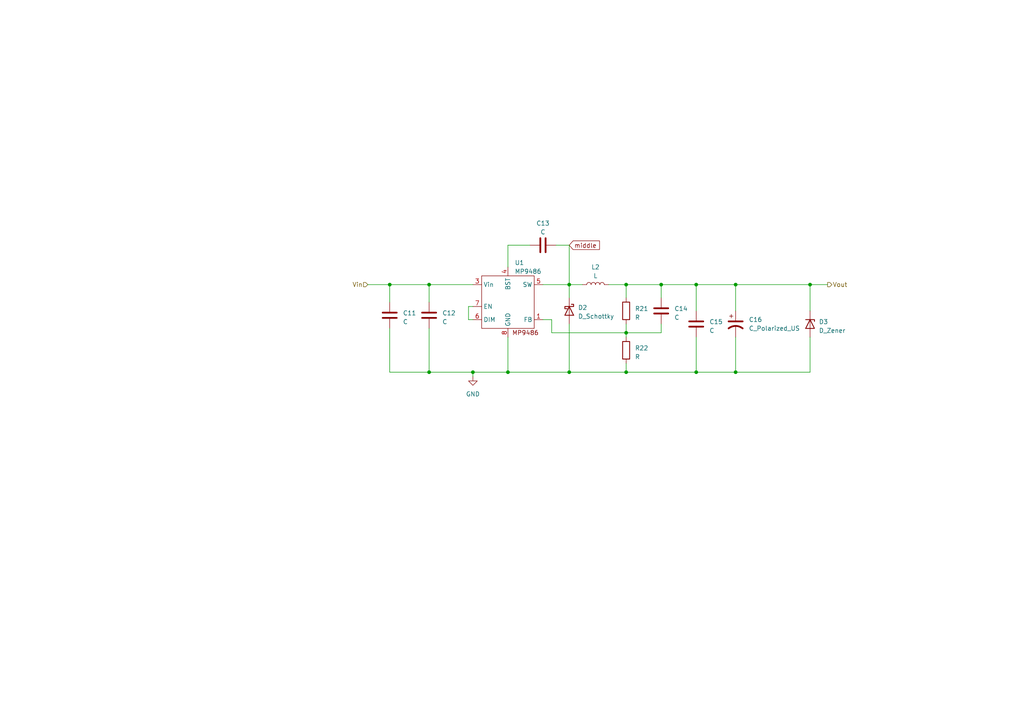
<source format=kicad_sch>
(kicad_sch (version 20230121) (generator eeschema)

  (uuid 28f4efdf-4522-4f11-9f29-50b69b804b9b)

  (paper "A4")

  (lib_symbols
    (symbol "Device:C" (pin_numbers hide) (pin_names (offset 0.254)) (in_bom yes) (on_board yes)
      (property "Reference" "C" (at 0.635 2.54 0)
        (effects (font (size 1.27 1.27)) (justify left))
      )
      (property "Value" "C" (at 0.635 -2.54 0)
        (effects (font (size 1.27 1.27)) (justify left))
      )
      (property "Footprint" "" (at 0.9652 -3.81 0)
        (effects (font (size 1.27 1.27)) hide)
      )
      (property "Datasheet" "~" (at 0 0 0)
        (effects (font (size 1.27 1.27)) hide)
      )
      (property "ki_keywords" "cap capacitor" (at 0 0 0)
        (effects (font (size 1.27 1.27)) hide)
      )
      (property "ki_description" "Unpolarized capacitor" (at 0 0 0)
        (effects (font (size 1.27 1.27)) hide)
      )
      (property "ki_fp_filters" "C_*" (at 0 0 0)
        (effects (font (size 1.27 1.27)) hide)
      )
      (symbol "C_0_1"
        (polyline
          (pts
            (xy -2.032 -0.762)
            (xy 2.032 -0.762)
          )
          (stroke (width 0.508) (type default))
          (fill (type none))
        )
        (polyline
          (pts
            (xy -2.032 0.762)
            (xy 2.032 0.762)
          )
          (stroke (width 0.508) (type default))
          (fill (type none))
        )
      )
      (symbol "C_1_1"
        (pin passive line (at 0 3.81 270) (length 2.794)
          (name "~" (effects (font (size 1.27 1.27))))
          (number "1" (effects (font (size 1.27 1.27))))
        )
        (pin passive line (at 0 -3.81 90) (length 2.794)
          (name "~" (effects (font (size 1.27 1.27))))
          (number "2" (effects (font (size 1.27 1.27))))
        )
      )
    )
    (symbol "Device:C_Polarized_US" (pin_numbers hide) (pin_names (offset 0.254) hide) (in_bom yes) (on_board yes)
      (property "Reference" "C" (at 0.635 2.54 0)
        (effects (font (size 1.27 1.27)) (justify left))
      )
      (property "Value" "C_Polarized_US" (at 0.635 -2.54 0)
        (effects (font (size 1.27 1.27)) (justify left))
      )
      (property "Footprint" "" (at 0 0 0)
        (effects (font (size 1.27 1.27)) hide)
      )
      (property "Datasheet" "~" (at 0 0 0)
        (effects (font (size 1.27 1.27)) hide)
      )
      (property "ki_keywords" "cap capacitor" (at 0 0 0)
        (effects (font (size 1.27 1.27)) hide)
      )
      (property "ki_description" "Polarized capacitor, US symbol" (at 0 0 0)
        (effects (font (size 1.27 1.27)) hide)
      )
      (property "ki_fp_filters" "CP_*" (at 0 0 0)
        (effects (font (size 1.27 1.27)) hide)
      )
      (symbol "C_Polarized_US_0_1"
        (polyline
          (pts
            (xy -2.032 0.762)
            (xy 2.032 0.762)
          )
          (stroke (width 0.508) (type default))
          (fill (type none))
        )
        (polyline
          (pts
            (xy -1.778 2.286)
            (xy -0.762 2.286)
          )
          (stroke (width 0) (type default))
          (fill (type none))
        )
        (polyline
          (pts
            (xy -1.27 1.778)
            (xy -1.27 2.794)
          )
          (stroke (width 0) (type default))
          (fill (type none))
        )
        (arc (start 2.032 -1.27) (mid 0 -0.5572) (end -2.032 -1.27)
          (stroke (width 0.508) (type default))
          (fill (type none))
        )
      )
      (symbol "C_Polarized_US_1_1"
        (pin passive line (at 0 3.81 270) (length 2.794)
          (name "~" (effects (font (size 1.27 1.27))))
          (number "1" (effects (font (size 1.27 1.27))))
        )
        (pin passive line (at 0 -3.81 90) (length 3.302)
          (name "~" (effects (font (size 1.27 1.27))))
          (number "2" (effects (font (size 1.27 1.27))))
        )
      )
    )
    (symbol "Device:D_Schottky" (pin_numbers hide) (pin_names (offset 1.016) hide) (in_bom yes) (on_board yes)
      (property "Reference" "D" (at 0 2.54 0)
        (effects (font (size 1.27 1.27)))
      )
      (property "Value" "D_Schottky" (at 0 -2.54 0)
        (effects (font (size 1.27 1.27)))
      )
      (property "Footprint" "" (at 0 0 0)
        (effects (font (size 1.27 1.27)) hide)
      )
      (property "Datasheet" "~" (at 0 0 0)
        (effects (font (size 1.27 1.27)) hide)
      )
      (property "ki_keywords" "diode Schottky" (at 0 0 0)
        (effects (font (size 1.27 1.27)) hide)
      )
      (property "ki_description" "Schottky diode" (at 0 0 0)
        (effects (font (size 1.27 1.27)) hide)
      )
      (property "ki_fp_filters" "TO-???* *_Diode_* *SingleDiode* D_*" (at 0 0 0)
        (effects (font (size 1.27 1.27)) hide)
      )
      (symbol "D_Schottky_0_1"
        (polyline
          (pts
            (xy 1.27 0)
            (xy -1.27 0)
          )
          (stroke (width 0) (type default))
          (fill (type none))
        )
        (polyline
          (pts
            (xy 1.27 1.27)
            (xy 1.27 -1.27)
            (xy -1.27 0)
            (xy 1.27 1.27)
          )
          (stroke (width 0.254) (type default))
          (fill (type none))
        )
        (polyline
          (pts
            (xy -1.905 0.635)
            (xy -1.905 1.27)
            (xy -1.27 1.27)
            (xy -1.27 -1.27)
            (xy -0.635 -1.27)
            (xy -0.635 -0.635)
          )
          (stroke (width 0.254) (type default))
          (fill (type none))
        )
      )
      (symbol "D_Schottky_1_1"
        (pin passive line (at -3.81 0 0) (length 2.54)
          (name "K" (effects (font (size 1.27 1.27))))
          (number "1" (effects (font (size 1.27 1.27))))
        )
        (pin passive line (at 3.81 0 180) (length 2.54)
          (name "A" (effects (font (size 1.27 1.27))))
          (number "2" (effects (font (size 1.27 1.27))))
        )
      )
    )
    (symbol "Device:D_Zener" (pin_numbers hide) (pin_names (offset 1.016) hide) (in_bom yes) (on_board yes)
      (property "Reference" "D" (at 0 2.54 0)
        (effects (font (size 1.27 1.27)))
      )
      (property "Value" "D_Zener" (at 0 -2.54 0)
        (effects (font (size 1.27 1.27)))
      )
      (property "Footprint" "" (at 0 0 0)
        (effects (font (size 1.27 1.27)) hide)
      )
      (property "Datasheet" "~" (at 0 0 0)
        (effects (font (size 1.27 1.27)) hide)
      )
      (property "ki_keywords" "diode" (at 0 0 0)
        (effects (font (size 1.27 1.27)) hide)
      )
      (property "ki_description" "Zener diode" (at 0 0 0)
        (effects (font (size 1.27 1.27)) hide)
      )
      (property "ki_fp_filters" "TO-???* *_Diode_* *SingleDiode* D_*" (at 0 0 0)
        (effects (font (size 1.27 1.27)) hide)
      )
      (symbol "D_Zener_0_1"
        (polyline
          (pts
            (xy 1.27 0)
            (xy -1.27 0)
          )
          (stroke (width 0) (type default))
          (fill (type none))
        )
        (polyline
          (pts
            (xy -1.27 -1.27)
            (xy -1.27 1.27)
            (xy -0.762 1.27)
          )
          (stroke (width 0.254) (type default))
          (fill (type none))
        )
        (polyline
          (pts
            (xy 1.27 -1.27)
            (xy 1.27 1.27)
            (xy -1.27 0)
            (xy 1.27 -1.27)
          )
          (stroke (width 0.254) (type default))
          (fill (type none))
        )
      )
      (symbol "D_Zener_1_1"
        (pin passive line (at -3.81 0 0) (length 2.54)
          (name "K" (effects (font (size 1.27 1.27))))
          (number "1" (effects (font (size 1.27 1.27))))
        )
        (pin passive line (at 3.81 0 180) (length 2.54)
          (name "A" (effects (font (size 1.27 1.27))))
          (number "2" (effects (font (size 1.27 1.27))))
        )
      )
    )
    (symbol "Device:L" (pin_numbers hide) (pin_names (offset 1.016) hide) (in_bom yes) (on_board yes)
      (property "Reference" "L" (at -1.27 0 90)
        (effects (font (size 1.27 1.27)))
      )
      (property "Value" "L" (at 1.905 0 90)
        (effects (font (size 1.27 1.27)))
      )
      (property "Footprint" "" (at 0 0 0)
        (effects (font (size 1.27 1.27)) hide)
      )
      (property "Datasheet" "~" (at 0 0 0)
        (effects (font (size 1.27 1.27)) hide)
      )
      (property "ki_keywords" "inductor choke coil reactor magnetic" (at 0 0 0)
        (effects (font (size 1.27 1.27)) hide)
      )
      (property "ki_description" "Inductor" (at 0 0 0)
        (effects (font (size 1.27 1.27)) hide)
      )
      (property "ki_fp_filters" "Choke_* *Coil* Inductor_* L_*" (at 0 0 0)
        (effects (font (size 1.27 1.27)) hide)
      )
      (symbol "L_0_1"
        (arc (start 0 -2.54) (mid 0.6323 -1.905) (end 0 -1.27)
          (stroke (width 0) (type default))
          (fill (type none))
        )
        (arc (start 0 -1.27) (mid 0.6323 -0.635) (end 0 0)
          (stroke (width 0) (type default))
          (fill (type none))
        )
        (arc (start 0 0) (mid 0.6323 0.635) (end 0 1.27)
          (stroke (width 0) (type default))
          (fill (type none))
        )
        (arc (start 0 1.27) (mid 0.6323 1.905) (end 0 2.54)
          (stroke (width 0) (type default))
          (fill (type none))
        )
      )
      (symbol "L_1_1"
        (pin passive line (at 0 3.81 270) (length 1.27)
          (name "1" (effects (font (size 1.27 1.27))))
          (number "1" (effects (font (size 1.27 1.27))))
        )
        (pin passive line (at 0 -3.81 90) (length 1.27)
          (name "2" (effects (font (size 1.27 1.27))))
          (number "2" (effects (font (size 1.27 1.27))))
        )
      )
    )
    (symbol "Device:R" (pin_numbers hide) (pin_names (offset 0)) (in_bom yes) (on_board yes)
      (property "Reference" "R" (at 2.032 0 90)
        (effects (font (size 1.27 1.27)))
      )
      (property "Value" "R" (at 0 0 90)
        (effects (font (size 1.27 1.27)))
      )
      (property "Footprint" "" (at -1.778 0 90)
        (effects (font (size 1.27 1.27)) hide)
      )
      (property "Datasheet" "~" (at 0 0 0)
        (effects (font (size 1.27 1.27)) hide)
      )
      (property "ki_keywords" "R res resistor" (at 0 0 0)
        (effects (font (size 1.27 1.27)) hide)
      )
      (property "ki_description" "Resistor" (at 0 0 0)
        (effects (font (size 1.27 1.27)) hide)
      )
      (property "ki_fp_filters" "R_*" (at 0 0 0)
        (effects (font (size 1.27 1.27)) hide)
      )
      (symbol "R_0_1"
        (rectangle (start -1.016 -2.54) (end 1.016 2.54)
          (stroke (width 0.254) (type default))
          (fill (type none))
        )
      )
      (symbol "R_1_1"
        (pin passive line (at 0 3.81 270) (length 1.27)
          (name "~" (effects (font (size 1.27 1.27))))
          (number "1" (effects (font (size 1.27 1.27))))
        )
        (pin passive line (at 0 -3.81 90) (length 1.27)
          (name "~" (effects (font (size 1.27 1.27))))
          (number "2" (effects (font (size 1.27 1.27))))
        )
      )
    )
    (symbol "power:GND" (power) (pin_names (offset 0)) (in_bom yes) (on_board yes)
      (property "Reference" "#PWR" (at 0 -6.35 0)
        (effects (font (size 1.27 1.27)) hide)
      )
      (property "Value" "GND" (at 0 -3.81 0)
        (effects (font (size 1.27 1.27)))
      )
      (property "Footprint" "" (at 0 0 0)
        (effects (font (size 1.27 1.27)) hide)
      )
      (property "Datasheet" "" (at 0 0 0)
        (effects (font (size 1.27 1.27)) hide)
      )
      (property "ki_keywords" "global power" (at 0 0 0)
        (effects (font (size 1.27 1.27)) hide)
      )
      (property "ki_description" "Power symbol creates a global label with name \"GND\" , ground" (at 0 0 0)
        (effects (font (size 1.27 1.27)) hide)
      )
      (symbol "GND_0_1"
        (polyline
          (pts
            (xy 0 0)
            (xy 0 -1.27)
            (xy 1.27 -1.27)
            (xy 0 -2.54)
            (xy -1.27 -1.27)
            (xy 0 -1.27)
          )
          (stroke (width 0) (type default))
          (fill (type none))
        )
      )
      (symbol "GND_1_1"
        (pin power_in line (at 0 0 270) (length 0) hide
          (name "GND" (effects (font (size 1.27 1.27))))
          (number "1" (effects (font (size 1.27 1.27))))
        )
      )
    )
    (symbol "projektlib:MP9486" (in_bom yes) (on_board yes)
      (property "Reference" "U" (at -6.35 5.08 0)
        (effects (font (size 1.27 1.27)))
      )
      (property "Value" "MP9486" (at 0 0 0)
        (effects (font (size 1.27 1.27)))
      )
      (property "Footprint" "Package_SO:SOIC-8_3.9x4.9mm_P1.27mm" (at 0 -21.59 0)
        (effects (font (size 1.27 1.27)) hide)
      )
      (property "Datasheet" "" (at 0 0 0)
        (effects (font (size 1.27 1.27)) hide)
      )
      (symbol "MP9486_0_1"
        (rectangle (start -7.62 3.81) (end 7.62 -11.43)
          (stroke (width 0) (type default))
          (fill (type none))
        )
      )
      (symbol "MP9486_1_1"
        (text "MP9486\n" (at 5.08 -12.7 0)
          (effects (font (size 1.27 1.27)))
        )
        (pin input line (at 10.16 -8.89 180) (length 2.54)
          (name "FB" (effects (font (size 1.27 1.27))))
          (number "1" (effects (font (size 1.27 1.27))))
        )
        (pin input line (at -10.16 1.27 0) (length 2.54)
          (name "Vin" (effects (font (size 1.27 1.27))))
          (number "3" (effects (font (size 1.27 1.27))))
        )
        (pin input line (at 0 6.35 270) (length 2.54)
          (name "BST" (effects (font (size 1.27 1.27))))
          (number "4" (effects (font (size 1.27 1.27))))
        )
        (pin input line (at 10.16 1.27 180) (length 2.54)
          (name "SW" (effects (font (size 1.27 1.27))))
          (number "5" (effects (font (size 1.27 1.27))))
        )
        (pin input line (at -10.16 -8.89 0) (length 2.54)
          (name "DIM" (effects (font (size 1.27 1.27))))
          (number "6" (effects (font (size 1.27 1.27))))
        )
        (pin input line (at -10.16 -5.08 0) (length 2.54)
          (name "EN" (effects (font (size 1.27 1.27))))
          (number "7" (effects (font (size 1.27 1.27))))
        )
        (pin input line (at 0 -13.97 90) (length 2.54)
          (name "GND" (effects (font (size 1.27 1.27))))
          (number "8" (effects (font (size 1.27 1.27))))
        )
      )
    )
  )

  (junction (at 165.1 107.95) (diameter 0) (color 0 0 0 0)
    (uuid 05c60ee7-217b-4463-96df-07701429533e)
  )
  (junction (at 234.95 82.55) (diameter 0) (color 0 0 0 0)
    (uuid 14329946-63be-425a-a65e-e4202ec5ed74)
  )
  (junction (at 213.36 107.95) (diameter 0) (color 0 0 0 0)
    (uuid 244f24d8-0117-4262-be53-1819e58a159e)
  )
  (junction (at 137.16 107.95) (diameter 0) (color 0 0 0 0)
    (uuid 34bda222-eeca-4f6c-95af-1733133b4fa4)
  )
  (junction (at 181.61 82.55) (diameter 0) (color 0 0 0 0)
    (uuid 3ecf0918-2f42-4f6b-a090-216d522c4df0)
  )
  (junction (at 191.77 82.55) (diameter 0) (color 0 0 0 0)
    (uuid 4bd9562c-37ff-4305-a135-6bdcc3c25a46)
  )
  (junction (at 165.1 82.55) (diameter 0) (color 0 0 0 0)
    (uuid 5dce58d8-374a-4cb4-a832-ac34c1d77fe5)
  )
  (junction (at 201.93 82.55) (diameter 0) (color 0 0 0 0)
    (uuid 79acaa5d-95ba-4a01-b8ca-d99e642ae4e7)
  )
  (junction (at 113.03 82.55) (diameter 0) (color 0 0 0 0)
    (uuid 7e530713-f23c-49cc-930d-17dc69a7d585)
  )
  (junction (at 181.61 96.52) (diameter 0) (color 0 0 0 0)
    (uuid 8b2c7eb8-f526-4cd5-b22e-bb60ae386932)
  )
  (junction (at 147.32 107.95) (diameter 0) (color 0 0 0 0)
    (uuid 9b651e63-37bb-44c5-8400-c19cc9ef12c5)
  )
  (junction (at 124.46 82.55) (diameter 0) (color 0 0 0 0)
    (uuid a93a7ed0-1f9a-4f4c-8563-dfc1370658dd)
  )
  (junction (at 124.46 107.95) (diameter 0) (color 0 0 0 0)
    (uuid c2367d45-c4d3-4664-886f-18b0ae79ab05)
  )
  (junction (at 181.61 107.95) (diameter 0) (color 0 0 0 0)
    (uuid c76e34a9-aba9-4832-b09c-e4531de261cb)
  )
  (junction (at 201.93 107.95) (diameter 0) (color 0 0 0 0)
    (uuid dbc84f7c-5d3a-4f29-8a4e-68ac9ce959b0)
  )
  (junction (at 213.36 82.55) (diameter 0) (color 0 0 0 0)
    (uuid e3a6065e-c6e0-4295-90d0-6b34472d969a)
  )

  (wire (pts (xy 213.36 97.79) (xy 213.36 107.95))
    (stroke (width 0) (type default))
    (uuid 0d8d57a7-e194-4c13-b92d-c97031e80c79)
  )
  (wire (pts (xy 176.53 82.55) (xy 181.61 82.55))
    (stroke (width 0) (type default))
    (uuid 1074c3bf-a0ac-4068-a1ad-222f878a397d)
  )
  (wire (pts (xy 137.16 107.95) (xy 147.32 107.95))
    (stroke (width 0) (type default))
    (uuid 13f2f3e3-25dc-4da4-8cd4-63c16119c027)
  )
  (wire (pts (xy 135.89 88.9) (xy 135.89 92.71))
    (stroke (width 0) (type default))
    (uuid 1544fddc-9054-48b8-bbad-e88040b9d2ce)
  )
  (wire (pts (xy 191.77 82.55) (xy 191.77 86.36))
    (stroke (width 0) (type default))
    (uuid 1976f0b4-67ce-41dc-991c-c4d72fff3aa0)
  )
  (wire (pts (xy 165.1 93.98) (xy 165.1 107.95))
    (stroke (width 0) (type default))
    (uuid 20bbbe9f-5775-4160-8ac1-0e7e8e262f34)
  )
  (wire (pts (xy 201.93 82.55) (xy 213.36 82.55))
    (stroke (width 0) (type default))
    (uuid 214626fd-f4fe-45f5-9650-37abe165c367)
  )
  (wire (pts (xy 165.1 71.12) (xy 165.1 82.55))
    (stroke (width 0) (type default))
    (uuid 307624a7-74d7-48a7-bcc1-6ca3723cff3a)
  )
  (wire (pts (xy 165.1 82.55) (xy 168.91 82.55))
    (stroke (width 0) (type default))
    (uuid 34861fe9-a0cb-49aa-bbf1-b8a84dc0e506)
  )
  (wire (pts (xy 124.46 82.55) (xy 137.16 82.55))
    (stroke (width 0) (type default))
    (uuid 35aa9062-d5c0-4948-be1a-9b2e78d533d2)
  )
  (wire (pts (xy 191.77 82.55) (xy 201.93 82.55))
    (stroke (width 0) (type default))
    (uuid 362cfece-1a32-4885-b5b5-71ff360e8edd)
  )
  (wire (pts (xy 124.46 95.25) (xy 124.46 107.95))
    (stroke (width 0) (type default))
    (uuid 4006c541-7c7a-4e9a-bd86-0747789311b6)
  )
  (wire (pts (xy 234.95 90.17) (xy 234.95 82.55))
    (stroke (width 0) (type default))
    (uuid 416cc58e-7b88-47c7-a16a-2105405fe7ac)
  )
  (wire (pts (xy 191.77 93.98) (xy 191.77 96.52))
    (stroke (width 0) (type default))
    (uuid 4738f8c7-01da-4db2-abf1-35826a422c50)
  )
  (wire (pts (xy 181.61 96.52) (xy 181.61 97.79))
    (stroke (width 0) (type default))
    (uuid 483eaeca-4ef7-4a8b-868d-2345b433d1b0)
  )
  (wire (pts (xy 161.29 71.12) (xy 165.1 71.12))
    (stroke (width 0) (type default))
    (uuid 4c1b12dd-e311-4b58-ab33-e1bbeb1ee97f)
  )
  (wire (pts (xy 113.03 107.95) (xy 124.46 107.95))
    (stroke (width 0) (type default))
    (uuid 4fcf6d25-f84d-4395-a387-e43871a755e2)
  )
  (wire (pts (xy 234.95 82.55) (xy 240.03 82.55))
    (stroke (width 0) (type default))
    (uuid 501cf49b-526f-438a-894a-03cb2ffe4b45)
  )
  (wire (pts (xy 165.1 86.36) (xy 165.1 82.55))
    (stroke (width 0) (type default))
    (uuid 53ebcf49-30c0-4b8b-a244-253d3c7e1603)
  )
  (wire (pts (xy 213.36 107.95) (xy 234.95 107.95))
    (stroke (width 0) (type default))
    (uuid 54cb5d2d-6aa4-499e-a6a1-ae9b08fa6be5)
  )
  (wire (pts (xy 135.89 92.71) (xy 137.16 92.71))
    (stroke (width 0) (type default))
    (uuid 56c1aafe-9577-462d-a2b6-87aebe6a4b9d)
  )
  (wire (pts (xy 113.03 95.25) (xy 113.03 107.95))
    (stroke (width 0) (type default))
    (uuid 60630502-4928-4bfc-8dd9-9a96bc55efe6)
  )
  (wire (pts (xy 160.02 96.52) (xy 160.02 92.71))
    (stroke (width 0) (type default))
    (uuid 6c9bedb2-8d6b-4f5b-9dcd-1eafce462819)
  )
  (wire (pts (xy 181.61 82.55) (xy 191.77 82.55))
    (stroke (width 0) (type default))
    (uuid 6e0fb401-0670-42c4-a3b6-2f09881053e4)
  )
  (wire (pts (xy 234.95 97.79) (xy 234.95 107.95))
    (stroke (width 0) (type default))
    (uuid 71aa4ff8-1aae-4465-b129-21a441d53172)
  )
  (wire (pts (xy 181.61 107.95) (xy 201.93 107.95))
    (stroke (width 0) (type default))
    (uuid 739876c6-22ee-430c-bf94-a4043aa5d5c1)
  )
  (wire (pts (xy 165.1 107.95) (xy 181.61 107.95))
    (stroke (width 0) (type default))
    (uuid 76016a75-a214-4ad7-bd01-a4251d093ae7)
  )
  (wire (pts (xy 137.16 107.95) (xy 137.16 109.22))
    (stroke (width 0) (type default))
    (uuid 7871960d-58e1-4f46-b8a7-71f901fb0ebf)
  )
  (wire (pts (xy 147.32 97.79) (xy 147.32 107.95))
    (stroke (width 0) (type default))
    (uuid 78e330a0-7f22-4f25-8070-20ec43601aa0)
  )
  (wire (pts (xy 160.02 92.71) (xy 157.48 92.71))
    (stroke (width 0) (type default))
    (uuid 7f0064a6-5eb8-4f9d-8ac0-f3ec9910fc95)
  )
  (wire (pts (xy 157.48 82.55) (xy 165.1 82.55))
    (stroke (width 0) (type default))
    (uuid 88f2151a-e00c-4e94-b528-a6f284ce956a)
  )
  (wire (pts (xy 213.36 90.17) (xy 213.36 82.55))
    (stroke (width 0) (type default))
    (uuid 96e93b55-2a81-473c-a24d-cb78f342857a)
  )
  (wire (pts (xy 165.1 107.95) (xy 147.32 107.95))
    (stroke (width 0) (type default))
    (uuid 97b63ee7-0519-40d9-a4cd-39f45e0bfa07)
  )
  (wire (pts (xy 181.61 105.41) (xy 181.61 107.95))
    (stroke (width 0) (type default))
    (uuid 9c3ba488-fa08-4f75-9230-4b80f052540a)
  )
  (wire (pts (xy 201.93 90.17) (xy 201.93 82.55))
    (stroke (width 0) (type default))
    (uuid 9ce81e6d-9caf-4256-8d14-e687e4c32436)
  )
  (wire (pts (xy 181.61 82.55) (xy 181.61 86.36))
    (stroke (width 0) (type default))
    (uuid 9d6014a4-f831-4225-99b4-520130c7f0ed)
  )
  (wire (pts (xy 181.61 96.52) (xy 160.02 96.52))
    (stroke (width 0) (type default))
    (uuid a0fe6f78-1aa4-4a83-b6d9-60c093098594)
  )
  (wire (pts (xy 113.03 82.55) (xy 113.03 87.63))
    (stroke (width 0) (type default))
    (uuid b0c12b30-1c78-4025-bf52-5f4b6ca09ed2)
  )
  (wire (pts (xy 124.46 82.55) (xy 124.46 87.63))
    (stroke (width 0) (type default))
    (uuid b80ddbb3-03ad-4a92-bd85-83e306907bff)
  )
  (wire (pts (xy 191.77 96.52) (xy 181.61 96.52))
    (stroke (width 0) (type default))
    (uuid c3dc94ee-4151-48b8-9c2f-819ccd71c8c0)
  )
  (wire (pts (xy 137.16 88.9) (xy 135.89 88.9))
    (stroke (width 0) (type default))
    (uuid c50333c5-3009-4759-b9a0-82b830dbb8cb)
  )
  (wire (pts (xy 113.03 82.55) (xy 124.46 82.55))
    (stroke (width 0) (type default))
    (uuid cbec507d-f6f3-49f6-bea4-27b34f528526)
  )
  (wire (pts (xy 201.93 107.95) (xy 213.36 107.95))
    (stroke (width 0) (type default))
    (uuid cc89c4f4-9541-4591-8618-3070da2daca3)
  )
  (wire (pts (xy 147.32 71.12) (xy 153.67 71.12))
    (stroke (width 0) (type default))
    (uuid cdcd7e1c-14c3-4807-b4d5-2f91af9d4b8e)
  )
  (wire (pts (xy 124.46 107.95) (xy 137.16 107.95))
    (stroke (width 0) (type default))
    (uuid d0d10fcf-280c-4fdb-8599-8344563360e2)
  )
  (wire (pts (xy 181.61 93.98) (xy 181.61 96.52))
    (stroke (width 0) (type default))
    (uuid d42bfdfd-eb23-4f0c-9fb4-911db662783e)
  )
  (wire (pts (xy 106.68 82.55) (xy 113.03 82.55))
    (stroke (width 0) (type default))
    (uuid e5daf164-0359-4a21-b9c0-c0df5271e145)
  )
  (wire (pts (xy 147.32 77.47) (xy 147.32 71.12))
    (stroke (width 0) (type default))
    (uuid ebc9dafb-3a43-4e5f-b328-91fe979058fd)
  )
  (wire (pts (xy 201.93 97.79) (xy 201.93 107.95))
    (stroke (width 0) (type default))
    (uuid f7434a67-8b02-4b42-abe2-9bf7f682c82e)
  )
  (wire (pts (xy 213.36 82.55) (xy 234.95 82.55))
    (stroke (width 0) (type default))
    (uuid f7f27a96-5039-4df1-84f1-dffd7fa24b3a)
  )

  (global_label "middle" (shape input) (at 165.1 71.12 0) (fields_autoplaced)
    (effects (font (size 1.27 1.27)) (justify left))
    (uuid 5b6dd8bc-a2a2-4adf-a359-8b77bd5abb9f)
    (property "Intersheetrefs" "${INTERSHEET_REFS}" (at 174.3557 71.12 0)
      (effects (font (size 1.27 1.27)) (justify left) hide)
    )
  )

  (hierarchical_label "Vin" (shape input) (at 106.68 82.55 180) (fields_autoplaced)
    (effects (font (size 1.27 1.27)) (justify right))
    (uuid 206e913c-e1ba-4570-a455-88b9f8841870)
  )
  (hierarchical_label "Vout" (shape output) (at 240.03 82.55 0) (fields_autoplaced)
    (effects (font (size 1.27 1.27)) (justify left))
    (uuid 68d462de-c6b9-46ee-8e9d-8d24ffa37421)
  )

  (symbol (lib_id "Device:C") (at 124.46 91.44 180) (unit 1)
    (in_bom yes) (on_board yes) (dnp no) (fields_autoplaced)
    (uuid 0ffae3bd-d2dc-4ded-9e21-4b5ec956b727)
    (property "Reference" "C12" (at 128.27 90.805 0)
      (effects (font (size 1.27 1.27)) (justify right))
    )
    (property "Value" "C" (at 128.27 93.345 0)
      (effects (font (size 1.27 1.27)) (justify right))
    )
    (property "Footprint" "Capacitor_SMD:C_1210_3225Metric_Pad1.33x2.70mm_HandSolder" (at 123.4948 87.63 0)
      (effects (font (size 1.27 1.27)) hide)
    )
    (property "Datasheet" "~" (at 124.46 91.44 0)
      (effects (font (size 1.27 1.27)) hide)
    )
    (pin "1" (uuid 7a68a973-db5b-4394-a57a-42d7f77a5bb5))
    (pin "2" (uuid 4f0af169-7a3d-4463-8655-0354d5f338c1))
    (instances
      (project "projektkicad"
        (path "/e57db828-30b6-44fa-8660-1cf6ed92f420/33c7dfb7-f926-422a-a2c9-e95ad8e37a60"
          (reference "C12") (unit 1)
        )
      )
    )
  )

  (symbol (lib_id "Device:C") (at 201.93 93.98 180) (unit 1)
    (in_bom yes) (on_board yes) (dnp no) (fields_autoplaced)
    (uuid 26daf4a4-3146-4ac4-8c89-aa703822e41c)
    (property "Reference" "C15" (at 205.74 93.345 0)
      (effects (font (size 1.27 1.27)) (justify right))
    )
    (property "Value" "C" (at 205.74 95.885 0)
      (effects (font (size 1.27 1.27)) (justify right))
    )
    (property "Footprint" "Capacitor_SMD:C_0805_2012Metric_Pad1.18x1.45mm_HandSolder" (at 200.9648 90.17 0)
      (effects (font (size 1.27 1.27)) hide)
    )
    (property "Datasheet" "~" (at 201.93 93.98 0)
      (effects (font (size 1.27 1.27)) hide)
    )
    (pin "1" (uuid 5d419f14-668b-458e-a1da-d4af34d1935f))
    (pin "2" (uuid 093ca1bc-64c5-431e-813b-4078f0424948))
    (instances
      (project "projektkicad"
        (path "/e57db828-30b6-44fa-8660-1cf6ed92f420/33c7dfb7-f926-422a-a2c9-e95ad8e37a60"
          (reference "C15") (unit 1)
        )
      )
    )
  )

  (symbol (lib_id "Device:R") (at 181.61 90.17 0) (unit 1)
    (in_bom yes) (on_board yes) (dnp no) (fields_autoplaced)
    (uuid 2ecdf0a3-3ed3-4bed-9967-f829c03975a4)
    (property "Reference" "R21" (at 184.15 89.535 0)
      (effects (font (size 1.27 1.27)) (justify left))
    )
    (property "Value" "R" (at 184.15 92.075 0)
      (effects (font (size 1.27 1.27)) (justify left))
    )
    (property "Footprint" "Resistor_SMD:R_0805_2012Metric_Pad1.20x1.40mm_HandSolder" (at 179.832 90.17 90)
      (effects (font (size 1.27 1.27)) hide)
    )
    (property "Datasheet" "~" (at 181.61 90.17 0)
      (effects (font (size 1.27 1.27)) hide)
    )
    (pin "1" (uuid 36230fef-e9bc-4aaa-b528-1e271161fee5))
    (pin "2" (uuid da7ab886-ddec-4eb1-aa7f-1a52e52517d6))
    (instances
      (project "projektkicad"
        (path "/e57db828-30b6-44fa-8660-1cf6ed92f420/33c7dfb7-f926-422a-a2c9-e95ad8e37a60"
          (reference "R21") (unit 1)
        )
      )
    )
  )

  (symbol (lib_id "power:GND") (at 137.16 109.22 0) (unit 1)
    (in_bom yes) (on_board yes) (dnp no) (fields_autoplaced)
    (uuid 38a8a0b6-404d-4cf3-afc9-b91701df041b)
    (property "Reference" "#PWR08" (at 137.16 115.57 0)
      (effects (font (size 1.27 1.27)) hide)
    )
    (property "Value" "GND" (at 137.16 114.3 0)
      (effects (font (size 1.27 1.27)))
    )
    (property "Footprint" "" (at 137.16 109.22 0)
      (effects (font (size 1.27 1.27)) hide)
    )
    (property "Datasheet" "" (at 137.16 109.22 0)
      (effects (font (size 1.27 1.27)) hide)
    )
    (pin "1" (uuid b8a8ddca-4fe5-4e0a-bacd-0f8e1e5957a4))
    (instances
      (project "projektkicad"
        (path "/e57db828-30b6-44fa-8660-1cf6ed92f420/33c7dfb7-f926-422a-a2c9-e95ad8e37a60"
          (reference "#PWR08") (unit 1)
        )
      )
    )
  )

  (symbol (lib_id "Device:L") (at 172.72 82.55 90) (unit 1)
    (in_bom yes) (on_board yes) (dnp no)
    (uuid 627dda78-4441-4238-912c-f87eb18865a2)
    (property "Reference" "L2" (at 172.72 77.47 90)
      (effects (font (size 1.27 1.27)))
    )
    (property "Value" "L" (at 172.72 80.01 90)
      (effects (font (size 1.27 1.27)))
    )
    (property "Footprint" "Inductor_SMD:L_Bourns-SRN6028" (at 172.72 82.55 0)
      (effects (font (size 1.27 1.27)) hide)
    )
    (property "Datasheet" "~" (at 172.72 82.55 0)
      (effects (font (size 1.27 1.27)) hide)
    )
    (pin "1" (uuid 94b8026b-3421-451d-9d89-9aad86b6891e))
    (pin "2" (uuid d42a842d-32a7-4dfa-8567-67b1e01ddf63))
    (instances
      (project "projektkicad"
        (path "/e57db828-30b6-44fa-8660-1cf6ed92f420/33c7dfb7-f926-422a-a2c9-e95ad8e37a60"
          (reference "L2") (unit 1)
        )
      )
    )
  )

  (symbol (lib_id "Device:D_Zener") (at 234.95 93.98 270) (unit 1)
    (in_bom yes) (on_board yes) (dnp no) (fields_autoplaced)
    (uuid 8564c579-696b-4444-93e5-b1e9cc91e3cf)
    (property "Reference" "D3" (at 237.49 93.345 90)
      (effects (font (size 1.27 1.27)) (justify left))
    )
    (property "Value" "D_Zener" (at 237.49 95.885 90)
      (effects (font (size 1.27 1.27)) (justify left))
    )
    (property "Footprint" "Diode_SMD:D_SMA_Handsoldering" (at 234.95 93.98 0)
      (effects (font (size 1.27 1.27)) hide)
    )
    (property "Datasheet" "~" (at 234.95 93.98 0)
      (effects (font (size 1.27 1.27)) hide)
    )
    (pin "1" (uuid 13bfa7cb-92e0-4873-a191-3614739b8827))
    (pin "2" (uuid a0b7da56-57f1-41b6-8a3a-f52656aafb6b))
    (instances
      (project "projektkicad"
        (path "/e57db828-30b6-44fa-8660-1cf6ed92f420/33c7dfb7-f926-422a-a2c9-e95ad8e37a60"
          (reference "D3") (unit 1)
        )
      )
    )
  )

  (symbol (lib_id "projektlib:MP9486") (at 147.32 83.82 0) (unit 1)
    (in_bom yes) (on_board yes) (dnp no) (fields_autoplaced)
    (uuid 9197844f-f238-4d3f-b8ab-b56930156c31)
    (property "Reference" "U1" (at 149.2759 76.2 0)
      (effects (font (size 1.27 1.27)) (justify left))
    )
    (property "Value" "MP9486" (at 149.2759 78.74 0)
      (effects (font (size 1.27 1.27)) (justify left))
    )
    (property "Footprint" "Package_SO:SOIC-8_3.9x4.9mm_P1.27mm" (at 147.32 105.41 0)
      (effects (font (size 1.27 1.27)) hide)
    )
    (property "Datasheet" "" (at 147.32 83.82 0)
      (effects (font (size 1.27 1.27)) hide)
    )
    (pin "1" (uuid 7ff526c6-d841-47ff-8c0d-74f7c6b21282))
    (pin "3" (uuid a7222c8c-c8ff-49aa-8bef-763035fde928))
    (pin "4" (uuid 86a8d83c-3bcc-4438-832c-5f460f30dc04))
    (pin "5" (uuid 5477fac3-81ad-497e-a5d2-d356426cccdf))
    (pin "6" (uuid 979713dd-2e56-4297-860d-d6dc7ed1b449))
    (pin "7" (uuid e2f8995e-9144-4754-b960-f675175c9da6))
    (pin "8" (uuid 7326cba8-1c98-43e4-a397-12e3520ea18e))
    (instances
      (project "projektkicad"
        (path "/e57db828-30b6-44fa-8660-1cf6ed92f420/33c7dfb7-f926-422a-a2c9-e95ad8e37a60"
          (reference "U1") (unit 1)
        )
      )
    )
  )

  (symbol (lib_id "Device:D_Schottky") (at 165.1 90.17 270) (unit 1)
    (in_bom yes) (on_board yes) (dnp no) (fields_autoplaced)
    (uuid 9c382438-fe9e-4e38-808e-9a361c67a6c8)
    (property "Reference" "D2" (at 167.64 89.2175 90)
      (effects (font (size 1.27 1.27)) (justify left))
    )
    (property "Value" "D_Schottky" (at 167.64 91.7575 90)
      (effects (font (size 1.27 1.27)) (justify left))
    )
    (property "Footprint" "Diode_SMD:D_SMA_Handsoldering" (at 165.1 90.17 0)
      (effects (font (size 1.27 1.27)) hide)
    )
    (property "Datasheet" "~" (at 165.1 90.17 0)
      (effects (font (size 1.27 1.27)) hide)
    )
    (pin "1" (uuid b6b40423-8f35-46ed-a9db-8c5add60f00a))
    (pin "2" (uuid d83015bb-df5a-43c7-81f7-2d900806b734))
    (instances
      (project "projektkicad"
        (path "/e57db828-30b6-44fa-8660-1cf6ed92f420/33c7dfb7-f926-422a-a2c9-e95ad8e37a60"
          (reference "D2") (unit 1)
        )
      )
    )
  )

  (symbol (lib_id "Device:C_Polarized_US") (at 213.36 93.98 0) (unit 1)
    (in_bom yes) (on_board yes) (dnp no) (fields_autoplaced)
    (uuid a859a18f-2d4e-46b0-9064-f4851ed0e1f1)
    (property "Reference" "C16" (at 217.17 92.71 0)
      (effects (font (size 1.27 1.27)) (justify left))
    )
    (property "Value" "C_Polarized_US" (at 217.17 95.25 0)
      (effects (font (size 1.27 1.27)) (justify left))
    )
    (property "Footprint" "Capacitor_THT:CP_Radial_D10.0mm_P5.00mm" (at 213.36 93.98 0)
      (effects (font (size 1.27 1.27)) hide)
    )
    (property "Datasheet" "~" (at 213.36 93.98 0)
      (effects (font (size 1.27 1.27)) hide)
    )
    (pin "1" (uuid ecdede43-8931-4263-9aeb-05935b32dafd))
    (pin "2" (uuid 45e3f507-81c8-4e98-ad1b-e46b1b95303e))
    (instances
      (project "projektkicad"
        (path "/e57db828-30b6-44fa-8660-1cf6ed92f420/33c7dfb7-f926-422a-a2c9-e95ad8e37a60"
          (reference "C16") (unit 1)
        )
      )
    )
  )

  (symbol (lib_id "Device:C") (at 157.48 71.12 270) (unit 1)
    (in_bom yes) (on_board yes) (dnp no) (fields_autoplaced)
    (uuid a9069386-76d2-42a4-af85-34cfc07b50bc)
    (property "Reference" "C13" (at 157.48 64.77 90)
      (effects (font (size 1.27 1.27)))
    )
    (property "Value" "C" (at 157.48 67.31 90)
      (effects (font (size 1.27 1.27)))
    )
    (property "Footprint" "Capacitor_SMD:C_0805_2012Metric_Pad1.18x1.45mm_HandSolder" (at 153.67 72.0852 0)
      (effects (font (size 1.27 1.27)) hide)
    )
    (property "Datasheet" "~" (at 157.48 71.12 0)
      (effects (font (size 1.27 1.27)) hide)
    )
    (pin "1" (uuid d7d719ef-dcbe-48b5-a04d-68ad43e017be))
    (pin "2" (uuid 29907ecf-d1a1-43ad-8538-c21aa69e25c0))
    (instances
      (project "projektkicad"
        (path "/e57db828-30b6-44fa-8660-1cf6ed92f420/33c7dfb7-f926-422a-a2c9-e95ad8e37a60"
          (reference "C13") (unit 1)
        )
      )
    )
  )

  (symbol (lib_id "Device:C") (at 113.03 91.44 0) (unit 1)
    (in_bom yes) (on_board yes) (dnp no) (fields_autoplaced)
    (uuid d9b900e2-12c5-48f3-be37-9a44ed75c904)
    (property "Reference" "C11" (at 116.84 90.805 0)
      (effects (font (size 1.27 1.27)) (justify left))
    )
    (property "Value" "C" (at 116.84 93.345 0)
      (effects (font (size 1.27 1.27)) (justify left))
    )
    (property "Footprint" "Capacitor_SMD:C_1210_3225Metric_Pad1.33x2.70mm_HandSolder" (at 113.9952 95.25 0)
      (effects (font (size 1.27 1.27)) hide)
    )
    (property "Datasheet" "~" (at 113.03 91.44 0)
      (effects (font (size 1.27 1.27)) hide)
    )
    (pin "1" (uuid d44e6f74-a4ad-470b-93b4-395fc180a330))
    (pin "2" (uuid 64b45b67-b5de-41b9-8201-51d45e510d00))
    (instances
      (project "projektkicad"
        (path "/e57db828-30b6-44fa-8660-1cf6ed92f420/33c7dfb7-f926-422a-a2c9-e95ad8e37a60"
          (reference "C11") (unit 1)
        )
      )
    )
  )

  (symbol (lib_id "Device:C") (at 191.77 90.17 0) (unit 1)
    (in_bom yes) (on_board yes) (dnp no) (fields_autoplaced)
    (uuid e2eb3b4b-3ea0-4786-8bf1-4f94947defab)
    (property "Reference" "C14" (at 195.58 89.535 0)
      (effects (font (size 1.27 1.27)) (justify left))
    )
    (property "Value" "C" (at 195.58 92.075 0)
      (effects (font (size 1.27 1.27)) (justify left))
    )
    (property "Footprint" "Capacitor_SMD:C_0805_2012Metric_Pad1.18x1.45mm_HandSolder" (at 192.7352 93.98 0)
      (effects (font (size 1.27 1.27)) hide)
    )
    (property "Datasheet" "~" (at 191.77 90.17 0)
      (effects (font (size 1.27 1.27)) hide)
    )
    (pin "1" (uuid 62b32724-4b12-4fd9-a56d-c6034bf869dd))
    (pin "2" (uuid e2dbc1e5-f6a5-4996-b20d-084573c1530c))
    (instances
      (project "projektkicad"
        (path "/e57db828-30b6-44fa-8660-1cf6ed92f420/33c7dfb7-f926-422a-a2c9-e95ad8e37a60"
          (reference "C14") (unit 1)
        )
      )
    )
  )

  (symbol (lib_id "Device:R") (at 181.61 101.6 0) (unit 1)
    (in_bom yes) (on_board yes) (dnp no) (fields_autoplaced)
    (uuid e9e5e3f0-671e-4dbd-936f-47d8a81cebbd)
    (property "Reference" "R22" (at 184.15 100.965 0)
      (effects (font (size 1.27 1.27)) (justify left))
    )
    (property "Value" "R" (at 184.15 103.505 0)
      (effects (font (size 1.27 1.27)) (justify left))
    )
    (property "Footprint" "Resistor_SMD:R_0805_2012Metric_Pad1.20x1.40mm_HandSolder" (at 179.832 101.6 90)
      (effects (font (size 1.27 1.27)) hide)
    )
    (property "Datasheet" "~" (at 181.61 101.6 0)
      (effects (font (size 1.27 1.27)) hide)
    )
    (pin "1" (uuid e490b1b3-d8d9-482b-a3dd-8d36f27a0663))
    (pin "2" (uuid 8c8eea86-52f3-4195-bbbe-0f6e3c073b67))
    (instances
      (project "projektkicad"
        (path "/e57db828-30b6-44fa-8660-1cf6ed92f420/33c7dfb7-f926-422a-a2c9-e95ad8e37a60"
          (reference "R22") (unit 1)
        )
      )
    )
  )
)

</source>
